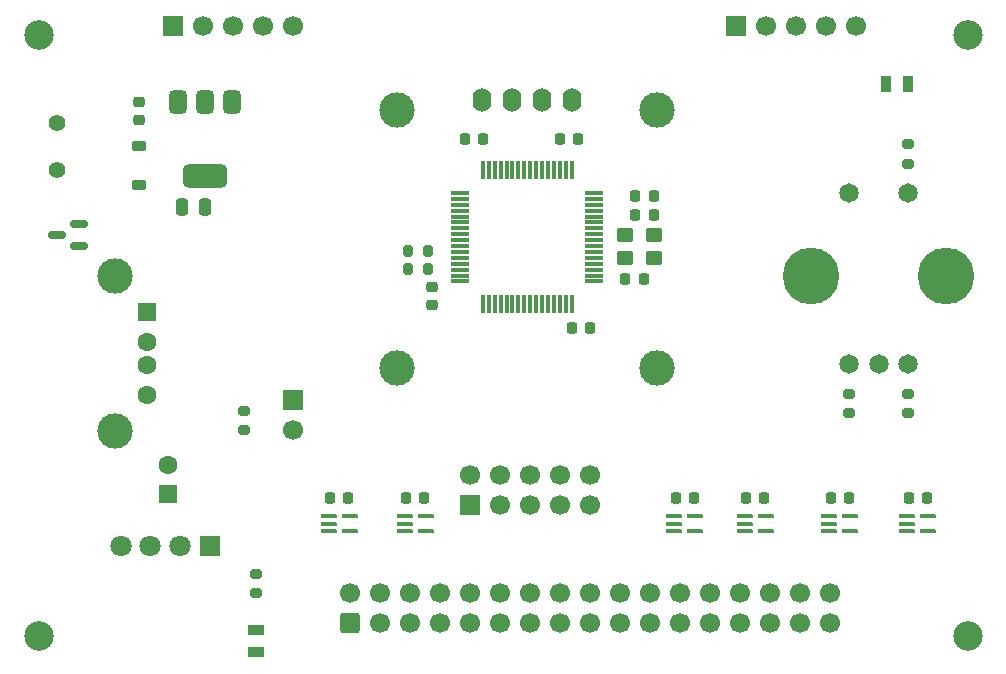
<source format=gts>
G04 #@! TF.GenerationSoftware,KiCad,Pcbnew,9.0.7*
G04 #@! TF.CreationDate,2026-02-15T20:38:08+11:00*
G04 #@! TF.ProjectId,AmigaUSBFloppy,416d6967-6155-4534-9246-6c6f7070792e,rev?*
G04 #@! TF.SameCoordinates,Original*
G04 #@! TF.FileFunction,Soldermask,Top*
G04 #@! TF.FilePolarity,Negative*
%FSLAX46Y46*%
G04 Gerber Fmt 4.6, Leading zero omitted, Abs format (unit mm)*
G04 Created by KiCad (PCBNEW 9.0.7) date 2026-02-15 20:38:08*
%MOMM*%
%LPD*%
G01*
G04 APERTURE LIST*
G04 Aperture macros list*
%AMRoundRect*
0 Rectangle with rounded corners*
0 $1 Rounding radius*
0 $2 $3 $4 $5 $6 $7 $8 $9 X,Y pos of 4 corners*
0 Add a 4 corners polygon primitive as box body*
4,1,4,$2,$3,$4,$5,$6,$7,$8,$9,$2,$3,0*
0 Add four circle primitives for the rounded corners*
1,1,$1+$1,$2,$3*
1,1,$1+$1,$4,$5*
1,1,$1+$1,$6,$7*
1,1,$1+$1,$8,$9*
0 Add four rect primitives between the rounded corners*
20,1,$1+$1,$2,$3,$4,$5,0*
20,1,$1+$1,$4,$5,$6,$7,0*
20,1,$1+$1,$6,$7,$8,$9,0*
20,1,$1+$1,$8,$9,$2,$3,0*%
G04 Aperture macros list end*
%ADD10R,1.700000X1.700000*%
%ADD11C,1.700000*%
%ADD12RoundRect,0.250000X-0.450000X-0.350000X0.450000X-0.350000X0.450000X0.350000X-0.450000X0.350000X0*%
%ADD13RoundRect,0.225000X-0.375000X0.225000X-0.375000X-0.225000X0.375000X-0.225000X0.375000X0.225000X0*%
%ADD14RoundRect,0.225000X0.225000X0.250000X-0.225000X0.250000X-0.225000X-0.250000X0.225000X-0.250000X0*%
%ADD15RoundRect,0.250000X0.600000X-0.600000X0.600000X0.600000X-0.600000X0.600000X-0.600000X-0.600000X0*%
%ADD16RoundRect,0.200000X0.200000X0.275000X-0.200000X0.275000X-0.200000X-0.275000X0.200000X-0.275000X0*%
%ADD17R,1.800000X1.800000*%
%ADD18C,1.800000*%
%ADD19R,1.500000X1.600000*%
%ADD20C,1.600000*%
%ADD21C,3.000000*%
%ADD22RoundRect,0.225000X-0.225000X-0.250000X0.225000X-0.250000X0.225000X0.250000X-0.225000X0.250000X0*%
%ADD23RoundRect,0.225000X0.250000X-0.225000X0.250000X0.225000X-0.250000X0.225000X-0.250000X-0.225000X0*%
%ADD24R,0.950000X1.400000*%
%ADD25RoundRect,0.100000X-0.562500X-0.100000X0.562500X-0.100000X0.562500X0.100000X-0.562500X0.100000X0*%
%ADD26O,1.600000X2.000000*%
%ADD27RoundRect,0.200000X0.275000X-0.200000X0.275000X0.200000X-0.275000X0.200000X-0.275000X-0.200000X0*%
%ADD28C,4.800000*%
%ADD29C,1.650000*%
%ADD30RoundRect,0.200000X-0.275000X0.200000X-0.275000X-0.200000X0.275000X-0.200000X0.275000X0.200000X0*%
%ADD31RoundRect,0.250000X0.550000X-0.550000X0.550000X0.550000X-0.550000X0.550000X-0.550000X-0.550000X0*%
%ADD32C,2.500000*%
%ADD33RoundRect,0.375000X-0.375000X0.625000X-0.375000X-0.625000X0.375000X-0.625000X0.375000X0.625000X0*%
%ADD34RoundRect,0.500000X-1.400000X0.500000X-1.400000X-0.500000X1.400000X-0.500000X1.400000X0.500000X0*%
%ADD35C,1.400000*%
%ADD36RoundRect,0.225000X-0.250000X0.225000X-0.250000X-0.225000X0.250000X-0.225000X0.250000X0.225000X0*%
%ADD37RoundRect,0.250000X-0.250000X-0.475000X0.250000X-0.475000X0.250000X0.475000X-0.250000X0.475000X0*%
%ADD38RoundRect,0.150000X0.587500X0.150000X-0.587500X0.150000X-0.587500X-0.150000X0.587500X-0.150000X0*%
%ADD39RoundRect,0.075000X0.700000X0.075000X-0.700000X0.075000X-0.700000X-0.075000X0.700000X-0.075000X0*%
%ADD40RoundRect,0.075000X0.075000X0.700000X-0.075000X0.700000X-0.075000X-0.700000X0.075000X-0.700000X0*%
%ADD41R,1.400000X0.950000*%
G04 APERTURE END LIST*
D10*
X122600000Y-59137500D03*
D11*
X125140000Y-59137500D03*
X127680000Y-59137500D03*
X130220000Y-59137500D03*
X132760000Y-59137500D03*
D12*
X160900000Y-78737500D03*
X163300002Y-78737500D03*
X163300002Y-76837500D03*
X160900000Y-76837500D03*
D13*
X119762500Y-69287500D03*
X119762500Y-72587500D03*
D14*
X137460888Y-99071725D03*
X135910888Y-99071725D03*
D15*
X137630000Y-109687500D03*
D11*
X137630000Y-107147500D03*
X140170000Y-109687500D03*
X140170000Y-107147500D03*
X142710000Y-109687500D03*
X142710000Y-107147500D03*
X145250000Y-109687500D03*
X145250000Y-107147500D03*
X147790000Y-109687500D03*
X147790000Y-107147500D03*
X150330000Y-109687500D03*
X150330000Y-107147500D03*
X152870000Y-109687500D03*
X152870000Y-107147500D03*
X155410000Y-109687500D03*
X155410000Y-107147500D03*
X157950000Y-109687500D03*
X157950000Y-107147500D03*
X160490000Y-109687500D03*
X160490000Y-107147500D03*
X163030000Y-109687500D03*
X163030000Y-107147500D03*
X165570000Y-109687500D03*
X165570000Y-107147500D03*
X168110000Y-109687500D03*
X168110000Y-107147500D03*
X170650000Y-109687500D03*
X170650000Y-107147500D03*
X173190000Y-109687500D03*
X173190000Y-107147500D03*
X175730000Y-109687500D03*
X175730000Y-107147500D03*
X178270000Y-109687500D03*
X178270000Y-107147500D03*
D16*
X144175000Y-79687500D03*
X142525000Y-79687500D03*
D14*
X163300002Y-73537500D03*
X161750002Y-73537500D03*
X162450000Y-80537500D03*
X160900000Y-80537500D03*
D17*
X125700000Y-103137500D03*
D18*
X123200000Y-103137500D03*
X120700000Y-103137500D03*
X118200000Y-103137500D03*
D14*
X179830000Y-99071725D03*
X178280000Y-99071725D03*
D19*
X120410000Y-83337500D03*
D20*
X120410000Y-85837500D03*
X120410000Y-87837500D03*
X120410000Y-90337500D03*
D21*
X117700000Y-80267500D03*
X117700000Y-93407500D03*
D22*
X161750002Y-75087500D03*
X163300002Y-75087500D03*
D14*
X172687500Y-99071725D03*
X171137500Y-99071725D03*
D23*
X144575000Y-82737500D03*
X144575000Y-81187500D03*
D24*
X184870000Y-64012500D03*
X182970000Y-64012500D03*
D25*
X135798388Y-100594225D03*
X135798388Y-101244225D03*
X135798388Y-101894225D03*
X137573388Y-101894225D03*
X137573388Y-100594225D03*
D10*
X132760000Y-90787500D03*
D11*
X132760000Y-93327500D03*
D22*
X147300001Y-68712500D03*
X148850001Y-68712500D03*
D21*
X141600000Y-66187500D03*
X141600000Y-88087500D03*
X163600000Y-66187500D03*
X163600000Y-88087500D03*
D26*
X148790000Y-65387500D03*
X151330000Y-65387500D03*
X153870000Y-65387500D03*
X156410000Y-65387500D03*
D14*
X143900000Y-99071725D03*
X142350000Y-99071725D03*
D27*
X179870000Y-91912500D03*
X179870000Y-90262500D03*
D28*
X176650000Y-80237500D03*
X188050000Y-80237500D03*
D29*
X179850000Y-73237500D03*
X184850000Y-73237500D03*
X179850000Y-87737500D03*
X184850000Y-87737500D03*
X182350000Y-87737500D03*
D30*
X128650000Y-91677500D03*
X128650000Y-93327500D03*
D31*
X122200000Y-98737500D03*
D20*
X122200000Y-96237500D03*
D32*
X111240000Y-110737500D03*
D33*
X127600000Y-65512500D03*
X125300000Y-65512500D03*
D34*
X125300000Y-71812500D03*
D33*
X123000000Y-65512500D03*
D14*
X186454627Y-99071725D03*
X184904627Y-99071725D03*
D25*
X165060888Y-100594225D03*
X165060888Y-101244225D03*
X165060888Y-101894225D03*
X166835888Y-101894225D03*
X166835888Y-100594225D03*
D27*
X184870000Y-91912500D03*
X184870000Y-90262500D03*
D25*
X184792127Y-100594225D03*
X184792127Y-101244225D03*
X184792127Y-101894225D03*
X186567127Y-101894225D03*
X186567127Y-100594225D03*
D35*
X112800000Y-71287500D03*
X112800000Y-67287500D03*
D36*
X119762500Y-65512500D03*
X119762500Y-67062500D03*
D37*
X123400000Y-74437500D03*
X125300000Y-74437500D03*
D16*
X144175000Y-78187500D03*
X142525000Y-78187500D03*
D38*
X114675000Y-77737500D03*
X114675000Y-75837500D03*
X112800000Y-76787500D03*
D32*
X189900000Y-110737500D03*
X111240000Y-59837500D03*
X189900000Y-59837500D03*
D25*
X171025000Y-100594225D03*
X171025000Y-101244225D03*
X171025000Y-101894225D03*
X172800000Y-101894225D03*
X172800000Y-100594225D03*
X178167500Y-100594225D03*
X178167500Y-101244225D03*
X178167500Y-101894225D03*
X179942500Y-101894225D03*
X179942500Y-100594225D03*
D14*
X166723388Y-99071725D03*
X165173388Y-99071725D03*
D10*
X147790000Y-99659735D03*
D11*
X147790000Y-97119735D03*
X150330000Y-99659735D03*
X150330000Y-97119735D03*
X152870000Y-99659735D03*
X152870000Y-97119735D03*
X155410000Y-99659735D03*
X155410000Y-97119735D03*
X157950000Y-99659735D03*
X157950000Y-97119735D03*
D39*
X158275000Y-80737499D03*
X158275000Y-80237500D03*
X158275000Y-79737500D03*
X158275000Y-79237500D03*
X158275000Y-78737500D03*
X158275000Y-78237499D03*
X158275000Y-77737500D03*
X158275000Y-77237500D03*
X158275000Y-76737500D03*
X158275000Y-76237500D03*
X158275000Y-75737501D03*
X158275000Y-75237500D03*
X158275000Y-74737500D03*
X158275000Y-74237500D03*
X158275000Y-73737500D03*
X158275000Y-73237501D03*
D40*
X156349999Y-71312500D03*
X155850000Y-71312500D03*
X155350000Y-71312500D03*
X154850000Y-71312500D03*
X154350000Y-71312500D03*
X153849999Y-71312500D03*
X153350000Y-71312500D03*
X152850000Y-71312500D03*
X152350000Y-71312500D03*
X151850000Y-71312500D03*
X151350001Y-71312500D03*
X150850000Y-71312500D03*
X150350000Y-71312500D03*
X149850000Y-71312500D03*
X149350000Y-71312500D03*
X148850001Y-71312500D03*
D39*
X146925000Y-73237501D03*
X146925000Y-73737500D03*
X146925000Y-74237500D03*
X146925000Y-74737500D03*
X146925000Y-75237500D03*
X146925000Y-75737501D03*
X146925000Y-76237500D03*
X146925000Y-76737500D03*
X146925000Y-77237500D03*
X146925000Y-77737500D03*
X146925000Y-78237499D03*
X146925000Y-78737500D03*
X146925000Y-79237500D03*
X146925000Y-79737500D03*
X146925000Y-80237500D03*
X146925000Y-80737499D03*
D40*
X148850001Y-82662500D03*
X149350000Y-82662500D03*
X149850000Y-82662500D03*
X150350000Y-82662500D03*
X150850000Y-82662500D03*
X151350001Y-82662500D03*
X151850000Y-82662500D03*
X152350000Y-82662500D03*
X152850000Y-82662500D03*
X153350000Y-82662500D03*
X153849999Y-82662500D03*
X154350000Y-82662500D03*
X154850000Y-82662500D03*
X155350000Y-82662500D03*
X155850000Y-82662500D03*
X156349999Y-82662500D03*
D14*
X157899999Y-84637500D03*
X156349999Y-84637500D03*
D30*
X129615000Y-105462500D03*
X129615000Y-107112500D03*
D41*
X129615000Y-112137500D03*
X129615000Y-110237500D03*
D25*
X142237500Y-100594225D03*
X142237500Y-101244225D03*
X142237500Y-101894225D03*
X144012500Y-101894225D03*
X144012500Y-100594225D03*
D10*
X170310000Y-59137500D03*
D11*
X172850000Y-59137500D03*
X175390000Y-59137500D03*
X177930000Y-59137500D03*
X180470000Y-59137500D03*
D14*
X156900000Y-68712500D03*
X155350000Y-68712500D03*
D30*
X184870000Y-69112500D03*
X184870000Y-70762500D03*
M02*

</source>
